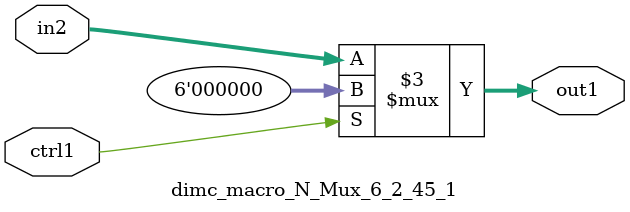
<source format=v>

`timescale 1ps / 1ps


module dimc_macro_N_Mux_6_2_45_1( in2, ctrl1, out1 );

    input [5:0] in2;
    input ctrl1;
    output [5:0] out1;
    reg [5:0] out1;

    
    // rtl_process:dimc_macro_N_Mux_6_2_45_1/dimc_macro_N_Mux_6_2_45_1_thread_1
    always @*
      begin : dimc_macro_N_Mux_6_2_45_1_thread_1
        case (ctrl1) 
          1'b1: 
            begin
              out1 = 6'd00;
            end
          default: 
            begin
              out1 = in2;
            end
        endcase
      end

endmodule


</source>
